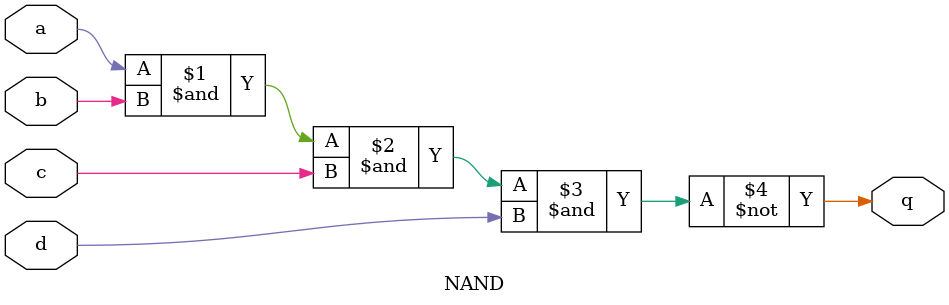
<source format=v>
`timescale 1ns / 1ps


module NAND #(parameter Port_Num = 2, WIDTH = 1) (
  input [(WIDTH - 1) : 0] a, input [(WIDTH - 1) : 0] b,
  input [(WIDTH - 1) : 0] c, input [(WIDTH - 1) : 0] d,
  output [(WIDTH - 1) : 0] q
);
  assign q = ~(a & b & c & d);
endmodule

</source>
